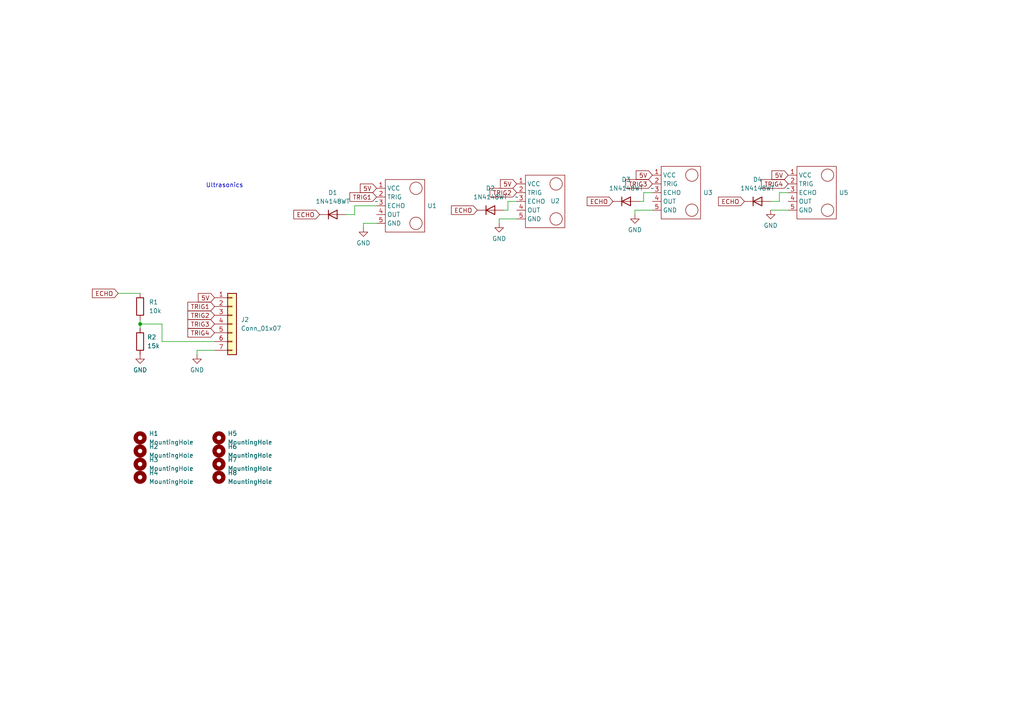
<source format=kicad_sch>
(kicad_sch (version 20231120) (generator "eeschema") (generator_version "8.0")
  (paper "A4")
  (lib_symbols
    (symbol "Connector_Generic:Conn_01x07" (pin_names (offset 1.016) hide)
      (property "Reference" "J" (at 0 10.16 0))
      (property "Value" "Conn_01x07" (at 0 -10.16 0))
      (symbol "Conn_01x07_1_1"
        (rectangle (start -1.27 -7.493) (end 0 -7.747) (stroke (width 0.1524)))
        (rectangle (start -1.27 -4.953) (end 0 -5.207) (stroke (width 0.1524)))
        (rectangle (start -1.27 -2.413) (end 0 -2.667) (stroke (width 0.1524)))
        (rectangle (start -1.27 0.127) (end 0 -0.127) (stroke (width 0.1524)))
        (rectangle (start -1.27 2.667) (end 0 2.413) (stroke (width 0.1524)))
        (rectangle (start -1.27 5.207) (end 0 4.953) (stroke (width 0.1524)))
        (rectangle (start -1.27 7.747) (end 0 7.493) (stroke (width 0.1524)))
        (rectangle (start -1.27 8.89) (end 1.27 -8.89) (stroke (width 0.254)) (fill (type background)))
        (pin passive line (at -5.08 7.62 0) (length 3.81) (name "Pin_1") (number "1"))
        (pin passive line (at -5.08 5.08 0) (length 3.81) (name "Pin_2") (number "2"))
        (pin passive line (at -5.08 2.54 0) (length 3.81) (name "Pin_3") (number "3"))
        (pin passive line (at -5.08 0 0) (length 3.81) (name "Pin_4") (number "4"))
        (pin passive line (at -5.08 -2.54 0) (length 3.81) (name "Pin_5") (number "5"))
        (pin passive line (at -5.08 -5.08 0) (length 3.81) (name "Pin_6") (number "6"))
        (pin passive line (at -5.08 -7.62 0) (length 3.81) (name "Pin_7") (number "7"))
      )
    )
    (symbol "Device:R" (pin_numbers hide) (pin_names (offset 0))
      (property "Reference" "R" (at 2.032 0 90))
      (property "Value" "R" (at 0 0 90))
      (symbol "R_0_1"
        (rectangle (start -1.016 -2.54) (end 1.016 2.54) (stroke (width 0.254)))
      )
      (symbol "R_1_1"
        (pin passive line (at 0 3.81 270) (length 1.27) (name "~") (number "1"))
        (pin passive line (at 0 -3.81 90) (length 1.27) (name "~") (number "2"))
      )
    )
    (symbol "Diode:1N4148WT" (pin_numbers hide) (pin_names hide)
      (property "Reference" "D" (at 0 2.54 0))
      (property "Value" "1N4148WT" (at 0 -2.54 0))
      (symbol "1N4148WT_0_1"
        (polyline (pts (xy -1.27 1.27) (xy -1.27 -1.27)) (stroke (width 0.254)))
        (polyline (pts (xy 1.27 0) (xy -1.27 0)))
        (polyline (pts (xy 1.27 1.27) (xy 1.27 -1.27) (xy -1.27 0) (xy 1.27 1.27)) (stroke (width 0.254)))
      )
      (symbol "1N4148WT_1_1"
        (pin passive line (at -3.81 0 0) (length 2.54) (name "K") (number "1"))
        (pin passive line (at 3.81 0 180) (length 2.54) (name "A") (number "2"))
      )
    )
    (symbol "Mechanical:MountingHole" (pin_names (offset 1.016)) (exclude_from_sim yes) (in_bom no)
      (property "Reference" "H" (at 0 5.08 0))
      (property "Value" "MountingHole" (at 0 3.175 0))
      (symbol "MountingHole_0_1"
        (circle (center 0 0) (radius 1.27) (stroke (width 1.27)))
      )
    )
    (symbol "UltrasonicSensor:UltrasonicSensor"
      (property "Reference" "U" (at 10.16 0 0))
      (symbol "UltrasonicSensor_0_1"
        (rectangle (start 2.54 7.62) (end 13.97 -7.62))
        (circle (center 11.43 -5.08) (radius 1.7961))
        (circle (center 11.43 5.08) (radius 1.7961))
      )
      (symbol "UltrasonicSensor_1_1"
        (pin input line (at 0 5.08 0) (length 2.54) (name "VCC") (number "1"))
        (pin input line (at 0 2.54 0) (length 2.54) (name "TRIG") (number "2"))
        (pin input line (at 0 0 0) (length 2.54) (name "ECHO") (number "3"))
        (pin input line (at 0 -2.54 0) (length 2.54) (name "OUT") (number "4"))
        (pin input line (at 0 -5.08 0) (length 2.54) (name "GND") (number "5"))
      )
    )
    (symbol "power:GND" (power) (pin_names (offset 0))
      (property "Value" "GND" (at 0 -3.81 0))
      (symbol "GND_0_1"
        (polyline (pts (xy 0 0) (xy 0 -1.27) (xy 1.27 -1.27) (xy 0 -2.54) (xy -1.27 -1.27) (xy 0 -1.27)))
      )
      (symbol "GND_1_1"
        (pin power_in line (at 0 0 270) (length 0) hide (name "GND") (number "1"))
      )
    )
  )
  (junction (at 40.64 93.98))
  (wire (pts (xy 226.06 55.88) (xy 228.6 55.88)))
  (wire (pts (xy 147.32 58.42) (xy 149.86 58.42)))
  (wire (pts (xy 46.99 93.98) (xy 40.64 93.98)))
  (wire (pts (xy 102.87 62.23) (xy 102.87 59.69)))
  (wire (pts (xy 185.42 58.42) (xy 186.69 58.42)))
  (wire (pts (xy 186.69 55.88) (xy 189.23 55.88)))
  (wire (pts (xy 144.78 64.77) (xy 144.78 63.5)))
  (wire (pts (xy 46.99 99.06) (xy 46.99 93.98)))
  (wire (pts (xy 62.23 99.06) (xy 46.99 99.06)))
  (wire (pts (xy 62.23 101.6) (xy 57.15 101.6)))
  (wire (pts (xy 184.15 62.23) (xy 184.15 60.96)))
  (wire (pts (xy 40.64 92.71) (xy 40.64 93.98)))
  (wire (pts (xy 105.41 64.77) (xy 109.22 64.77)))
  (wire (pts (xy 102.87 59.69) (xy 109.22 59.69)))
  (wire (pts (xy 147.32 60.96) (xy 147.32 58.42)))
  (wire (pts (xy 223.52 58.42) (xy 226.06 58.42)))
  (wire (pts (xy 105.41 66.04) (xy 105.41 64.77)))
  (wire (pts (xy 57.15 101.6) (xy 57.15 102.87)))
  (wire (pts (xy 223.52 60.96) (xy 228.6 60.96)))
  (wire (pts (xy 100.33 62.23) (xy 102.87 62.23)))
  (wire (pts (xy 146.05 60.96) (xy 147.32 60.96)))
  (wire (pts (xy 40.64 93.98) (xy 40.64 95.25)))
  (wire (pts (xy 186.69 58.42) (xy 186.69 55.88)))
  (wire (pts (xy 144.78 63.5) (xy 149.86 63.5)))
  (wire (pts (xy 34.29 85.09) (xy 40.64 85.09)))
  (wire (pts (xy 184.15 60.96) (xy 189.23 60.96)))
  (wire (pts (xy 226.06 58.42) (xy 226.06 55.88)))
  (text "Ultrasonics\n" (at 59.69 54.61 0) (effects (font (size 1.27 1.27)) (justify left bottom)))
  (global_label "5V" (shape input) (at 109.22 54.61 180) (property "Intersheetrefs" "${INTERSHEET_REFS}" (effects (hide yes))))
  (global_label "TRIG4" (shape input) (at 228.6 53.34 180) (property "Intersheetrefs" "${INTERSHEET_REFS}" (effects (hide yes))))
  (global_label "TRIG2" (shape input) (at 149.86 55.88 180) (property "Intersheetrefs" "${INTERSHEET_REFS}" (effects (hide yes))))
  (global_label "ECHO" (shape input) (at 138.43 60.96 180) (property "Intersheetrefs" "${INTERSHEET_REFS}" (effects (hide yes))))
  (global_label "TRIG4" (shape input) (at 62.23 96.52 180) (property "Intersheetrefs" "${INTERSHEET_REFS}" (effects (hide yes))))
  (global_label "5V" (shape input) (at 62.23 86.36 180) (property "Intersheetrefs" "${INTERSHEET_REFS}" (effects (hide yes))))
  (global_label "5V" (shape input) (at 228.6 50.8 180) (property "Intersheetrefs" "${INTERSHEET_REFS}" (effects (hide yes))))
  (global_label "TRIG2" (shape input) (at 62.23 91.44 180) (property "Intersheetrefs" "${INTERSHEET_REFS}" (effects (hide yes))))
  (global_label "ECHO" (shape input) (at 177.8 58.42 180) (property "Intersheetrefs" "${INTERSHEET_REFS}" (effects (hide yes))))
  (global_label "TRIG1" (shape input) (at 109.22 57.15 180) (property "Intersheetrefs" "${INTERSHEET_REFS}" (effects (hide yes))))
  (global_label "5V" (shape input) (at 189.23 50.8 180) (property "Intersheetrefs" "${INTERSHEET_REFS}" (effects (hide yes))))
  (global_label "ECHO" (shape input) (at 34.29 85.09 180) (property "Intersheetrefs" "${INTERSHEET_REFS}" (effects (hide yes))))
  (global_label "5V" (shape input) (at 149.86 53.34 180) (property "Intersheetrefs" "${INTERSHEET_REFS}" (effects (hide yes))))
  (global_label "TRIG1" (shape input) (at 62.23 88.9 180) (property "Intersheetrefs" "${INTERSHEET_REFS}" (effects (hide yes))))
  (global_label "TRIG3" (shape input) (at 62.23 93.98 180) (property "Intersheetrefs" "${INTERSHEET_REFS}" (effects (hide yes))))
  (global_label "ECHO" (shape input) (at 215.9 58.42 180) (property "Intersheetrefs" "${INTERSHEET_REFS}" (effects (hide yes))))
  (global_label "TRIG3" (shape input) (at 189.23 53.34 180) (property "Intersheetrefs" "${INTERSHEET_REFS}" (effects (hide yes))))
  (global_label "ECHO" (shape input) (at 92.71 62.23 180) (property "Intersheetrefs" "${INTERSHEET_REFS}" (effects (hide yes))))
  (symbol (lib_id "UltrasonicSensor:UltrasonicSensor") (at 189.23 55.88 0) (unit 1)
    (property "Reference" "U3" (at 203.962 55.88 0) (effects (justify left)))
    (property "Value" "~" (at 189.23 54.61 0))
    (property "Footprint" "Connector_PinHeader_2.54mm:PinHeader_1x05_P2.54mm_Vertical" (effects (hide yes)))
  )
  (symbol (lib_id "power:GND") (at 223.52 60.96 0) (unit 1)
    (property "Reference" "#PWR010" (effects (hide yes)))
    (property "Value" "GND" (at 223.52 65.405 0))
  )
  (symbol (lib_id "UltrasonicSensor:UltrasonicSensor") (at 228.6 55.88 0) (unit 1)
    (property "Reference" "U5" (at 243.332 55.88 0) (effects (justify left)))
    (property "Value" "~" (at 228.6 54.61 0))
    (property "Footprint" "Connector_PinHeader_2.54mm:PinHeader_1x05_P2.54mm_Vertical" (effects (hide yes)))
  )
  (symbol (lib_id "UltrasonicSensor:UltrasonicSensor") (at 149.86 58.42 0) (unit 1)
    (property "Reference" "U2" (at 159.639 58.293 0) (effects (justify left)))
    (property "Value" "~" (at 149.86 57.15 0))
    (property "Footprint" "Connector_PinHeader_2.54mm:PinHeader_1x05_P2.54mm_Vertical" (effects (hide yes)))
  )
  (symbol (lib_id "Diode:1N4148WT") (at 142.24 60.96 0) (unit 1)
    (property "Reference" "D2" (at 142.24 54.61 0))
    (property "Value" "1N4148WT" (at 142.24 57.15 0))
    (property "Footprint" "Diode_SMD:D_SOD-123" (effects (hide yes)))
    (property "Datasheet" "https://www.diodes.com/assets/Datasheets/ds30396.pdf" (effects (hide yes)))
    (property "Description" "75V 0.15A Fast switching Diode, SOD-523" (effects (hide yes)))
    (property "Sim.Device" "D" (effects (hide yes)))
    (property "Sim.Pins" "1=K 2=A" (effects (hide yes)))
  )
  (symbol (lib_id "Mechanical:MountingHole") (at 63.5 138.43 0) (unit 1) (exclude_from_sim yes) (in_bom no)
    (property "Reference" "H8" (at 66.04 137.1599 0) (effects (justify left)))
    (property "Value" "MountingHole" (at 66.04 139.6999 0) (effects (justify left)))
    (property "Footprint" "MountingHole:MountingHole_3.2mm_M3_DIN965_Pad" (effects (hide yes)))
    (property "Description" "Mounting Hole without connection" (effects (hide yes)))
  )
  (symbol (lib_id "Mechanical:MountingHole") (at 63.5 130.81 0) (unit 1) (exclude_from_sim yes) (in_bom no)
    (property "Reference" "H6" (at 66.04 129.5399 0) (effects (justify left)))
    (property "Value" "MountingHole" (at 66.04 132.0799 0) (effects (justify left)))
    (property "Footprint" "MountingHole:MountingHole_3.2mm_M3_DIN965_Pad" (effects (hide yes)))
    (property "Description" "Mounting Hole without connection" (effects (hide yes)))
  )
  (symbol (lib_id "Mechanical:MountingHole") (at 40.64 130.81 0) (unit 1) (exclude_from_sim yes) (in_bom no)
    (property "Reference" "H2" (at 43.18 129.5399 0) (effects (justify left)))
    (property "Value" "MountingHole" (at 43.18 132.0799 0) (effects (justify left)))
    (property "Footprint" "MountingHole:MountingHole_3.2mm_M3_DIN965_Pad" (effects (hide yes)))
    (property "Description" "Mounting Hole without connection" (effects (hide yes)))
  )
  (symbol (lib_id "Mechanical:MountingHole") (at 63.5 127 0) (unit 1) (exclude_from_sim yes) (in_bom no)
    (property "Reference" "H5" (at 66.04 125.7299 0) (effects (justify left)))
    (property "Value" "MountingHole" (at 66.04 128.2699 0) (effects (justify left)))
    (property "Footprint" "MountingHole:MountingHole_3.2mm_M3_DIN965_Pad" (effects (hide yes)))
    (property "Description" "Mounting Hole without connection" (effects (hide yes)))
  )
  (symbol (lib_id "Device:R") (at 40.64 88.9 0) (unit 1)
    (property "Reference" "R1" (at 43.18 87.6299 0) (effects (justify left)))
    (property "Value" "10k" (at 43.18 90.1699 0) (effects (justify left)))
    (property "Footprint" "Resistor_SMD:R_0805_2012Metric_Pad1.20x1.40mm_HandSolder" (effects (hide yes)))
  )
  (symbol (lib_id "UltrasonicSensor:UltrasonicSensor") (at 109.22 59.69 0) (unit 1)
    (property "Reference" "U1" (at 123.952 59.69 0) (effects (justify left)))
    (property "Value" "~" (at 109.22 58.42 0))
    (property "Footprint" "Connector_PinHeader_2.54mm:PinHeader_1x05_P2.54mm_Vertical" (effects (hide yes)))
  )
  (symbol (lib_id "power:GND") (at 144.78 64.77 0) (unit 1)
    (property "Reference" "#PWR03" (effects (hide yes)))
    (property "Value" "GND" (at 144.78 69.215 0))
  )
  (symbol (lib_id "power:GND") (at 57.15 102.87 0) (unit 1)
    (property "Reference" "#PWR01" (effects (hide yes)))
    (property "Value" "GND" (at 57.15 107.315 0))
  )
  (symbol (lib_id "Mechanical:MountingHole") (at 40.64 138.43 0) (unit 1) (exclude_from_sim yes) (in_bom no)
    (property "Reference" "H4" (at 43.18 137.1599 0) (effects (justify left)))
    (property "Value" "MountingHole" (at 43.18 139.6999 0) (effects (justify left)))
    (property "Footprint" "MountingHole:MountingHole_3.2mm_M3_DIN965_Pad" (effects (hide yes)))
    (property "Description" "Mounting Hole without connection" (effects (hide yes)))
  )
  (symbol (lib_id "Diode:1N4148WT") (at 96.52 62.23 0) (unit 1)
    (property "Reference" "D1" (at 96.52 55.88 0))
    (property "Value" "1N4148WT" (at 96.52 58.42 0))
    (property "Footprint" "Diode_SMD:D_SOD-123" (effects (hide yes)))
    (property "Datasheet" "https://www.diodes.com/assets/Datasheets/ds30396.pdf" (effects (hide yes)))
    (property "Description" "75V 0.15A Fast switching Diode, SOD-523" (effects (hide yes)))
    (property "Sim.Device" "D" (effects (hide yes)))
    (property "Sim.Pins" "1=K 2=A" (effects (hide yes)))
  )
  (symbol (lib_id "power:GND") (at 105.41 66.04 0) (unit 1)
    (property "Reference" "#PWR02" (effects (hide yes)))
    (property "Value" "GND" (at 105.41 70.485 0))
  )
  (symbol (lib_id "Mechanical:MountingHole") (at 40.64 127 0) (unit 1) (exclude_from_sim yes) (in_bom no)
    (property "Reference" "H1" (at 43.18 125.7299 0) (effects (justify left)))
    (property "Value" "MountingHole" (at 43.18 128.2699 0) (effects (justify left)))
    (property "Footprint" "MountingHole:MountingHole_3.2mm_M3_DIN965_Pad" (effects (hide yes)))
    (property "Description" "Mounting Hole without connection" (effects (hide yes)))
  )
  (symbol (lib_id "Device:R") (at 40.64 99.06 0) (unit 1)
    (property "Reference" "R2" (at 42.672 97.79 0) (effects (justify left)))
    (property "Value" "15k" (at 42.672 100.33 0) (effects (justify left)))
    (property "Footprint" "Resistor_SMD:R_0805_2012Metric_Pad1.20x1.40mm_HandSolder" (effects (hide yes)))
  )
  (symbol (lib_id "Diode:1N4148WT") (at 219.71 58.42 0) (unit 1)
    (property "Reference" "D4" (at 219.71 52.07 0))
    (property "Value" "1N4148WT" (at 219.71 54.61 0))
    (property "Footprint" "Diode_SMD:D_SOD-123" (effects (hide yes)))
    (property "Datasheet" "https://www.diodes.com/assets/Datasheets/ds30396.pdf" (effects (hide yes)))
    (property "Description" "75V 0.15A Fast switching Diode, SOD-523" (effects (hide yes)))
    (property "Sim.Device" "D" (effects (hide yes)))
    (property "Sim.Pins" "1=K 2=A" (effects (hide yes)))
  )
  (symbol (lib_id "Connector_Generic:Conn_01x07") (at 67.31 93.98 0) (unit 1)
    (property "Reference" "J2" (at 69.85 92.7099 0) (effects (justify left)))
    (property "Value" "Conn_01x07" (at 69.85 95.2499 0) (effects (justify left)))
    (property "Footprint" "Connector_IDC:IDC-Header_2x04_P2.54mm_Vertical" (effects (hide yes)))
    (property "Description" "Generic connector, single row, 01x07, script generated (kicad-library-utils/schlib/autogen/connector/)" (effects (hide yes)))
  )
  (symbol (lib_id "Diode:1N4148WT") (at 181.61 58.42 0) (unit 1)
    (property "Reference" "D3" (at 181.61 52.07 0))
    (property "Value" "1N4148WT" (at 181.61 54.61 0))
    (property "Footprint" "Diode_SMD:D_SOD-123" (effects (hide yes)))
    (property "Datasheet" "https://www.diodes.com/assets/Datasheets/ds30396.pdf" (effects (hide yes)))
    (property "Description" "75V 0.15A Fast switching Diode, SOD-523" (effects (hide yes)))
    (property "Sim.Device" "D" (effects (hide yes)))
    (property "Sim.Pins" "1=K 2=A" (effects (hide yes)))
  )
  (symbol (lib_id "Mechanical:MountingHole") (at 40.64 134.62 0) (unit 1) (exclude_from_sim yes) (in_bom no)
    (property "Reference" "H3" (at 43.18 133.3499 0) (effects (justify left)))
    (property "Value" "MountingHole" (at 43.18 135.8899 0) (effects (justify left)))
    (property "Footprint" "MountingHole:MountingHole_3.2mm_M3_DIN965_Pad" (effects (hide yes)))
    (property "Description" "Mounting Hole without connection" (effects (hide yes)))
  )
  (symbol (lib_id "Mechanical:MountingHole") (at 63.5 134.62 0) (unit 1) (exclude_from_sim yes) (in_bom no)
    (property "Reference" "H7" (at 66.04 133.3499 0) (effects (justify left)))
    (property "Value" "MountingHole" (at 66.04 135.8899 0) (effects (justify left)))
    (property "Footprint" "MountingHole:MountingHole_3.2mm_M3_DIN965_Pad" (effects (hide yes)))
    (property "Description" "Mounting Hole without connection" (effects (hide yes)))
  )
  (symbol (lib_id "power:GND") (at 184.15 62.23 0) (unit 1)
    (property "Reference" "#PWR04" (effects (hide yes)))
    (property "Value" "GND" (at 184.15 66.675 0))
  )
  (symbol (lib_id "power:GND") (at 40.64 102.87 0) (unit 1)
    (property "Reference" "#PWR06" (effects (hide yes)))
    (property "Value" "GND" (at 40.64 107.315 0))
  )
)
</source>
